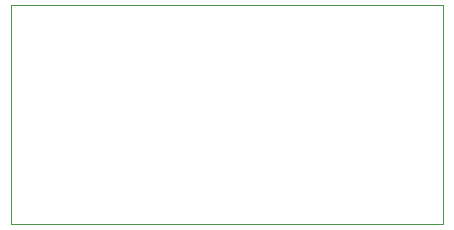
<source format=gbr>
%TF.GenerationSoftware,KiCad,Pcbnew,9.0.3*%
%TF.CreationDate,2025-08-14T14:00:10+02:00*%
%TF.ProjectId,PCB_MF_PicoMicro,5043425f-4d46-45f5-9069-636f4d696372,rev?*%
%TF.SameCoordinates,Original*%
%TF.FileFunction,Profile,NP*%
%FSLAX46Y46*%
G04 Gerber Fmt 4.6, Leading zero omitted, Abs format (unit mm)*
G04 Created by KiCad (PCBNEW 9.0.3) date 2025-08-14 14:00:10*
%MOMM*%
%LPD*%
G01*
G04 APERTURE LIST*
%TA.AperFunction,Profile*%
%ADD10C,0.100000*%
%TD*%
G04 APERTURE END LIST*
D10*
X105232000Y-81420000D02*
X141732000Y-81420000D01*
X141732000Y-99920000D01*
X105232000Y-99920000D01*
X105232000Y-81420000D01*
M02*

</source>
